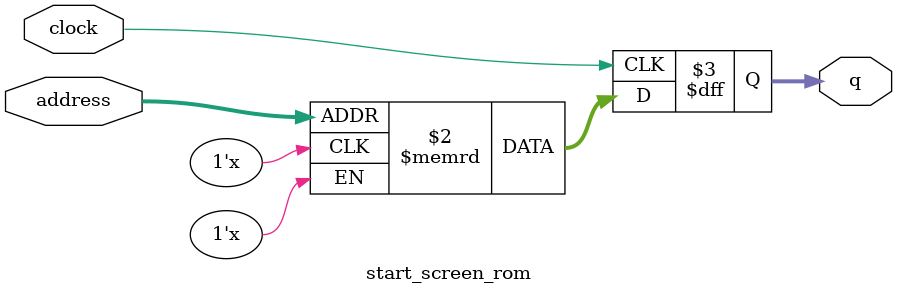
<source format=sv>
module start_screen_rom (
	input logic clock,
	input logic [16:0] address,
	output logic [1:0] q
);

logic [1:0] memory [0:76799] /* synthesis ram_init_file = "./start_screen/start_screen.COE" */;

always_ff @ (posedge clock) begin
	q <= memory[address];
end

endmodule

</source>
